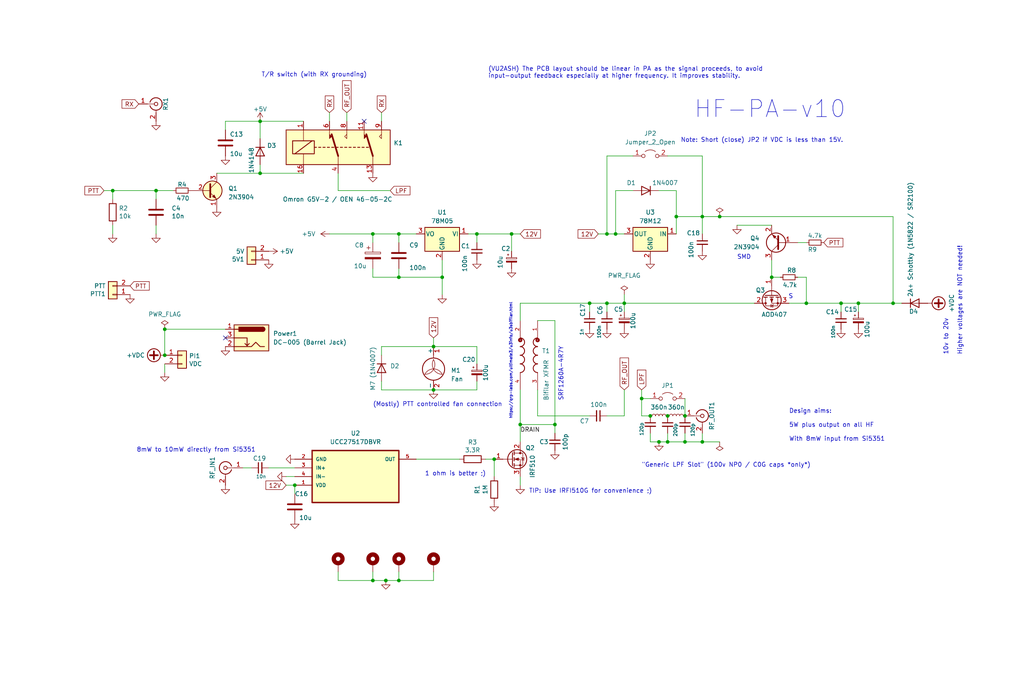
<source format=kicad_sch>
(kicad_sch (version 20230121) (generator eeschema)
  (paper "User" 299.999 200)
  (title_block (title "Easy-PA-With-TR-Switch") (date "2023-09-22") (rev "Revision 4") (company "Author: Dhiru Kholia (VU3CER)") (comment 1 "Designed for https://github.com/kholia/Easy-Digital-Beacons-v1 project") (comment 2 "Motivation: We need usable power on the 10m band!") (comment 3 "Based on designs from Henning Paul"))
  (lib_symbols
    (symbol "+VDC_1" (power) (pin_names (offset 0))
      (property "Value" "+VDC_1" (at 0 6.35 0))
      (symbol "+VDC_1_1_1"
        (pin power_in line (at 0 0 90) (length 0) hide (name "+VDC") (number "1"))
      )
    )
    (symbol "Connector:Barrel_Jack_Switch" (pin_names hide)
      (property "Reference" "J" (at 0 5.334 0))
      (property "Value" "Barrel_Jack_Switch" (at 0 -5.08 0))
      (symbol "Barrel_Jack_Switch_1_1"
        (pin passive line (at 7.62 2.54 180) (length 2.54) (name "~") (number "1"))
        (pin passive line (at 7.62 -2.54 180) (length 2.54) (name "~") (number "2"))
        (pin passive line (at 7.62 0 180) (length 2.54) (name "~") (number "3"))
      )
    )
    (symbol "Connector:Conn_Coaxial" (pin_names (offset 1.016) hide)
      (property "Reference" "J" (at 0.254 3.048 0))
      (property "Value" "Conn_Coaxial" (at 2.921 0 90))
      (symbol "Conn_Coaxial_1_1"
        (pin passive line (at -5.08 0 0) (length 2.54) (name "In") (number "1"))
        (pin passive line (at 0 -5.08 90) (length 2.54) (name "Ext") (number "2"))
      )
    )
    (symbol "Connector_Generic:Conn_01x02" (pin_names (offset 1.016) hide)
      (property "Reference" "J" (at 0 2.54 0))
      (property "Value" "Conn_01x02" (at 0 -5.08 0))
      (symbol "Conn_01x02_1_1"
        (pin passive line (at -5.08 0 0) (length 3.81) (name "Pin_1") (number "1"))
        (pin passive line (at -5.08 -2.54 0) (length 3.81) (name "Pin_2") (number "2"))
      )
    )
    (symbol "Device:C" (pin_numbers hide) (pin_names (offset 0.254))
      (property "Reference" "C" (at 0.635 2.54 0))
      (property "Value" "C" (at 0.635 -2.54 0))
      (symbol "C_1_1"
        (pin passive line (at 0 3.81 270) (length 2.794) (name "~") (number "1"))
        (pin passive line (at 0 -3.81 90) (length 2.794) (name "~") (number "2"))
      )
    )
    (symbol "Device:C_Polarized" (pin_numbers hide) (pin_names (offset 0.254))
      (property "Reference" "C" (at 0.635 2.54 0))
      (property "Value" "C_Polarized" (at 0.635 -2.54 0))
      (symbol "C_Polarized_1_1"
        (pin passive line (at 0 3.81 270) (length 2.794) (name "~") (number "1"))
        (pin passive line (at 0 -3.81 90) (length 2.794) (name "~") (number "2"))
      )
    )
    (symbol "Device:C_Polarized_Small" (pin_numbers hide) (pin_names (offset 0.254) hide)
      (property "Reference" "C" (at 0.254 1.778 0))
      (property "Value" "C_Polarized_Small" (at 0.254 -2.032 0))
      (symbol "C_Polarized_Small_1_1"
        (pin passive line (at 0 2.54 270) (length 1.8542) (name "~") (number "1"))
        (pin passive line (at 0 -2.54 90) (length 1.8542) (name "~") (number "2"))
      )
    )
    (symbol "Device:C_Small" (pin_numbers hide) (pin_names (offset 0.254) hide)
      (property "Reference" "C" (at 0.254 1.778 0))
      (property "Value" "C_Small" (at 0.254 -2.032 0))
      (symbol "C_Small_1_1"
        (pin passive line (at 0 2.54 270) (length 2.032) (name "~") (number "1"))
        (pin passive line (at 0 -2.54 90) (length 2.032) (name "~") (number "2"))
      )
    )
    (symbol "Device:D" (pin_numbers hide) (pin_names (offset 1.016) hide)
      (property "Reference" "D" (at 0 2.54 0))
      (property "Value" "D" (at 0 -2.54 0))
      (symbol "D_1_1"
        (pin passive line (at -3.81 0 0) (length 2.54) (name "K") (number "1"))
        (pin passive line (at 3.81 0 180) (length 2.54) (name "A") (number "2"))
      )
    )
    (symbol "Device:L_Small" (pin_numbers hide) (pin_names (offset 0.254) hide)
      (property "Reference" "L" (at 0.762 1.016 0))
      (property "Value" "L_Small" (at 0.762 -1.016 0))
      (symbol "L_Small_1_1"
        (pin passive line (at 0 2.54 270) (length 0.508) (name "~") (number "1"))
        (pin passive line (at 0 -2.54 90) (length 0.508) (name "~") (number "2"))
      )
    )
    (symbol "Device:R" (pin_numbers hide) (pin_names (offset 0))
      (property "Reference" "R" (at 2.032 0 90))
      (property "Value" "R" (at 0 0 90))
      (symbol "R_1_1"
        (pin passive line (at 0 3.81 270) (length 1.27) (name "~") (number "1"))
        (pin passive line (at 0 -3.81 90) (length 1.27) (name "~") (number "2"))
      )
    )
    (symbol "Device:R_Small" (pin_numbers hide) (pin_names (offset 0.254) hide)
      (property "Reference" "R" (at 0.762 0.508 0))
      (property "Value" "R_Small" (at 0.762 -1.016 0))
      (symbol "R_Small_1_1"
        (pin passive line (at 0 2.54 270) (length 0.762) (name "~") (number "1"))
        (pin passive line (at 0 -2.54 90) (length 0.762) (name "~") (number "2"))
      )
    )
    (symbol "Diode:1N4007" (pin_numbers hide) (pin_names hide)
      (property "Reference" "D" (at 0 2.54 0))
      (property "Value" "1N4007" (at 0 -2.54 0))
      (symbol "1N4007_1_1"
        (pin passive line (at -3.81 0 0) (length 2.54) (name "K") (number "1"))
        (pin passive line (at 3.81 0 180) (length 2.54) (name "A") (number "2"))
      )
    )
    (symbol "Diode:1N4148" (pin_numbers hide) (pin_names hide)
      (property "Reference" "D" (at 0 2.54 0))
      (property "Value" "1N4148" (at 0 -2.54 0))
      (property "Sim.Device" "D" (at 0 0 0))
      (property "Sim.Pins" "1=K 2=A" (at 0 0 0))
      (symbol "1N4148_1_1"
        (pin passive line (at -3.81 0 0) (length 2.54) (name "K") (number "1"))
        (pin passive line (at 3.81 0 180) (length 2.54) (name "A") (number "2"))
      )
    )
    (symbol "Jumper:Jumper_2_Open" (pin_names (offset 0) hide)
      (property "Reference" "JP" (at 0 2.794 0))
      (property "Value" "Jumper_2_Open" (at 0 -2.286 0))
      (symbol "Jumper_2_Open_1_1"
        (pin passive line (at -5.08 0 0) (length 2.54) (name "A") (number "1"))
        (pin passive line (at 5.08 0 180) (length 2.54) (name "B") (number "2"))
      )
    )
    (symbol "Mechanical:MountingHole_Pad" (pin_numbers hide) (pin_names (offset 1.016) hide)
      (property "Reference" "H" (at 0 6.35 0))
      (property "Value" "MountingHole_Pad" (at 0 4.445 0))
      (symbol "MountingHole_Pad_1_1"
        (pin input line (at 0 -2.54 90) (length 2.54) (name "1") (number "1"))
      )
    )
    (symbol "Motor:Fan" (pin_names (offset 0))
      (property "Reference" "M" (at 2.54 5.08 0))
      (property "Value" "Fan" (at 2.54 -2.54 0))
      (symbol "Fan_1_1"
        (pin passive line (at 0 7.62 270) (length 2.54) (name "+") (number "1"))
        (pin passive line (at 0 -5.08 90) (length 2.54) (name "-") (number "2"))
      )
    )
    (symbol "PCM_Transistor_BJT_AKL:2N3904" (pin_names hide)
      (property "Reference" "Q" (at 5.08 1.27 0))
      (property "Value" "2N3904" (at 5.08 -1.27 0))
      (symbol "2N3904_1_1"
        (pin passive line (at 2.54 -5.08 90) (length 2.54) (name "E") (number "1"))
        (pin passive line (at -5.08 0 0) (length 5.715) (name "B") (number "2"))
        (pin passive line (at 2.54 5.08 270) (length 2.54) (name "C") (number "3"))
      )
    )
    (symbol "Regulator_Linear:L7812" (pin_names (offset 0.254))
      (property "Reference" "U" (at -3.81 3.175 0))
      (property "Value" "L7812" (at 0 3.175 0))
      (symbol "L7812_1_1"
        (pin power_in line (at -7.62 0 0) (length 2.54) (name "IN") (number "1"))
        (pin power_in line (at 0 -7.62 90) (length 2.54) (name "GND") (number "2"))
        (pin power_out line (at 7.62 0 180) (length 2.54) (name "OUT") (number "3"))
      )
    )
    (symbol "Regulator_Linear:LM78M05_TO252" (pin_names (offset 0.254))
      (property "Reference" "U" (at -3.81 3.175 0))
      (property "Value" "LM78M05_TO252" (at 0 3.175 0))
      (symbol "LM78M05_TO252_1_1"
        (pin power_in line (at -7.62 0 0) (length 2.54) (name "VI") (number "1"))
        (pin power_in line (at 0 -7.62 90) (length 2.54) (name "GND") (number "2"))
        (pin power_out line (at 7.62 0 180) (length 2.54) (name "VO") (number "3"))
      )
    )
    (symbol "Relay:G5V-2"
      (property "Reference" "K" (at 16.51 3.81 0))
      (property "Value" "G5V-2" (at 16.51 1.27 0))
      (symbol "G5V-2_1_1"
        (pin passive line (at -10.16 7.62 270) (length 2.54) (name "~") (number "1"))
        (pin passive line (at 7.62 7.62 270) (length 2.54) (name "~") (number "11"))
        (pin passive line (at 10.16 -7.62 90) (length 2.54) (name "~") (number "13"))
        (pin passive line (at -10.16 -7.62 90) (length 2.54) (name "~") (number "16"))
        (pin passive line (at 0 -7.62 90) (length 2.54) (name "~") (number "4"))
        (pin passive line (at -2.54 7.62 270) (length 2.54) (name "~") (number "6"))
        (pin passive line (at 2.54 7.62 270) (length 2.54) (name "~") (number "8"))
        (pin passive line (at 12.7 7.62 270) (length 2.54) (name "~") (number "9"))
      )
    )
    (symbol "SRF1260A-4R7Y:SRF1260A-4R7Y" (pin_names (offset 1.016))
      (property "Reference" "L" (at -7.631 5.0873 0))
      (property "Value" "SRF1260A-4R7Y" (at -7.6349 -7.6349 0))
      (symbol "SRF1260A-4R7Y_0_0"
        (pin passive line (at -10.16 2.54 0) (length 5.08) (name "~") (number "1"))
        (pin passive line (at -10.16 -2.54 0) (length 5.08) (name "~") (number "2"))
        (pin passive line (at 10.16 2.54 180) (length 5.08) (name "~") (number "3"))
        (pin passive line (at 10.16 -2.54 180) (length 5.08) (name "~") (number "4"))
      )
    )
    (symbol "Transistor_BJT:MMBT3904" (pin_names (offset 0) hide)
      (property "Reference" "Q" (at 5.08 1.905 0))
      (property "Value" "MMBT3904" (at 5.08 0 0))
      (symbol "MMBT3904_1_1"
        (pin input line (at -5.08 0 0) (length 5.715) (name "B") (number "1"))
        (pin passive line (at 2.54 -5.08 90) (length 2.54) (name "E") (number "2"))
        (pin passive line (at 2.54 5.08 270) (length 2.54) (name "C") (number "3"))
      )
    )
    (symbol "Transistor_FET:IRF540N" (pin_names hide)
      (property "Reference" "Q" (at 6.35 1.905 0))
      (property "Value" "IRF540N" (at 6.35 0 0))
      (symbol "IRF540N_1_1"
        (pin input line (at -5.08 0 0) (length 2.54) (name "G") (number "1"))
        (pin passive line (at 2.54 5.08 270) (length 2.54) (name "D") (number "2"))
        (pin passive line (at 2.54 -5.08 90) (length 2.54) (name "S") (number "3"))
      )
    )
    (symbol "Transistor_FET:IRF9540N" (pin_names hide)
      (property "Reference" "Q" (at 5.08 1.905 0))
      (property "Value" "IRF9540N" (at 5.08 0 0))
      (symbol "IRF9540N_1_1"
        (pin input line (at -5.08 0 0) (length 2.54) (name "G") (number "1"))
        (pin passive line (at 2.54 5.08 270) (length 2.54) (name "D") (number "2"))
        (pin passive line (at 2.54 -5.08 90) (length 2.54) (name "S") (number "3"))
      )
    )
    (symbol "UCC27517DBVR:UCC27517DBVR" (pin_names (offset 1.016))
      (property "Reference" "U" (at -12.7 8.62 0))
      (property "Value" "UCC27517DBVR" (at -12.7 -11.62 0))
      (symbol "UCC27517DBVR_0_0"
        (pin input line (at -17.78 -2.54 0) (length 5.08) (name "VDD") (number "1"))
        (pin input line (at -17.78 5.08 0) (length 5.08) (name "GND") (number "2"))
        (pin input line (at -17.78 2.54 0) (length 5.08) (name "IN+") (number "3"))
        (pin input line (at -17.78 0 0) (length 5.08) (name "IN-") (number "4"))
        (pin output line (at 17.78 5.08 180) (length 5.08) (name "OUT") (number "5"))
      )
    )
    (symbol "power:+5V" (power) (pin_names (offset 0))
      (property "Value" "+5V" (at 0 3.556 0))
      (symbol "+5V_1_1"
        (pin power_in line (at 0 0 90) (length 0) hide (name "+5V") (number "1"))
      )
    )
    (symbol "power:+VDC" (power) (pin_names (offset 0))
      (property "Value" "+VDC" (at 0 6.35 0))
      (symbol "+VDC_1_1"
        (pin power_in line (at 0 0 90) (length 0) hide (name "+VDC") (number "1"))
      )
    )
    (symbol "power:GND" (power) (pin_names (offset 0))
      (property "Value" "GND" (at 0 -3.81 0))
      (symbol "GND_1_1"
        (pin power_in line (at 0 0 270) (length 0) hide (name "GND") (number "1"))
      )
    )
    (symbol "power:PWR_FLAG" (power) (pin_numbers hide) (pin_names (offset 0) hide)
      (property "Value" "PWR_FLAG" (at 0 3.81 0))
      (symbol "PWR_FLAG_0_0"
        (pin power_out line (at 0 0 90) (length 0) (name "pwr") (number "1"))
      )
    )
  )
  (junction (at 205.74 129.54))
  (junction (at 193.04 129.54))
  (junction (at 162.56 124.46))
  (junction (at 261.62 88.9))
  (junction (at 187.96 116.84))
  (junction (at 139.7 68.58))
  (junction (at 195.58 129.54))
  (junction (at 86.36 142.24))
  (junction (at 127 101.6))
  (junction (at 246.38 88.9))
  (junction (at 127 114.3))
  (junction (at 210.82 63.5))
  (junction (at 116.84 68.58))
  (junction (at 109.22 68.58))
  (junction (at 45.72 55.88))
  (junction (at 177.8 68.58))
  (junction (at 129.54 81.28))
  (junction (at 109.22 170.18))
  (junction (at 190.5 121.92))
  (junction (at 200.66 121.92))
  (junction (at 236.22 88.9))
  (junction (at 116.84 81.28))
  (junction (at 48.26 104.14))
  (junction (at 195.58 121.92))
  (junction (at 177.8 88.9))
  (junction (at 116.84 170.18))
  (junction (at 172.72 88.9))
  (junction (at 200.66 129.54))
  (junction (at 144.78 134.62))
  (junction (at 152.4 124.46))
  (junction (at 182.88 88.9))
  (junction (at 113.03 170.18))
  (junction (at 251.46 88.9))
  (junction (at 180.34 68.58))
  (junction (at 198.12 63.5))
  (junction (at 33.02 55.88))
  (junction (at 226.06 81.28))
  (junction (at 76.2 50.8))
  (junction (at 48.26 96.52))
  (junction (at 205.74 63.5))
  (junction (at 149.86 68.58))
  (junction (at 76.2 35.56))
  (no_connect (at 66.04 99.06))
  (no_connect (at 106.68 35.56))
  (wire (pts (xy 152.4 88.9) (xy 172.72 88.9)))
  (wire (pts (xy 195.58 45.72) (xy 205.74 45.72)))
  (wire (pts (xy 66.04 35.56) (xy 66.04 38.1)))
  (wire (pts (xy 111.76 33.02) (xy 111.76 35.56)))
  (wire (pts (xy 246.38 88.9) (xy 251.46 88.9)))
  (wire (pts (xy 144.78 139.7) (xy 144.78 134.62)))
  (wire (pts (xy 127 170.18) (xy 127 167.64)))
  (wire (pts (xy 111.76 101.6) (xy 111.76 104.14)))
  (wire (pts (xy 116.84 68.58) (xy 116.84 71.12)))
  (wire (pts (xy 157.48 93.98) (xy 162.56 93.98)))
  (wire (pts (xy 45.72 55.88) (xy 45.72 58.42)))
  (wire (pts (xy 200.66 129.54) (xy 205.74 129.54)))
  (wire (pts (xy 139.7 101.6) (xy 139.7 106.68)))
  (wire (pts (xy 139.7 71.12) (xy 139.7 68.58)))
  (wire (pts (xy 198.12 68.58) (xy 198.12 63.5)))
  (wire (pts (xy 127 101.6) (xy 139.7 101.6)))
  (wire (pts (xy 172.72 88.9) (xy 177.8 88.9)))
  (wire (pts (xy 200.66 127) (xy 200.66 129.54)))
  (wire (pts (xy 45.72 55.88) (xy 50.8 55.88)))
  (wire (pts (xy 157.48 114.3) (xy 157.48 121.92)))
  (wire (pts (xy 210.82 63.5) (xy 261.62 63.5)))
  (wire (pts (xy 177.8 88.9) (xy 177.8 91.44)))
  (wire (pts (xy 226.06 81.28) (xy 228.6 81.28)))
  (wire (pts (xy 109.22 81.28) (xy 116.84 81.28)))
  (wire (pts (xy 251.46 88.9) (xy 251.46 91.44)))
  (wire (pts (xy 48.26 96.52) (xy 48.26 104.14)))
  (wire (pts (xy 86.36 142.24) (xy 86.36 144.78)))
  (wire (pts (xy 111.76 114.3) (xy 127 114.3)))
  (wire (pts (xy 48.26 96.52) (xy 66.04 96.52)))
  (wire (pts (xy 83.82 139.7) (xy 86.36 139.7)))
  (wire (pts (xy 33.02 58.42) (xy 33.02 55.88)))
  (wire (pts (xy 45.72 66.04) (xy 45.72 68.58)))
  (wire (pts (xy 261.62 88.9) (xy 264.16 88.9)))
  (wire (pts (xy 152.4 93.98) (xy 152.4 88.9)))
  (wire (pts (xy 180.34 55.88) (xy 185.42 55.88)))
  (wire (pts (xy 157.48 121.92) (xy 172.72 121.92)))
  (wire (pts (xy 193.04 55.88) (xy 198.12 55.88)))
  (wire (pts (xy 233.68 71.12) (xy 236.22 71.12)))
  (wire (pts (xy 99.06 170.18) (xy 109.22 170.18)))
  (wire (pts (xy 162.56 93.98) (xy 162.56 124.46)))
  (wire (pts (xy 99.06 50.8) (xy 99.06 55.88)))
  (wire (pts (xy 152.4 124.46) (xy 152.4 129.54)))
  (wire (pts (xy 116.84 81.28) (xy 129.54 81.28)))
  (wire (pts (xy 76.2 35.56) (xy 88.9 35.56)))
  (wire (pts (xy 109.22 68.58) (xy 116.84 68.58)))
  (wire (pts (xy 152.4 142.24) (xy 152.4 139.7)))
  (wire (pts (xy 172.72 88.9) (xy 172.72 91.44)))
  (wire (pts (xy 109.22 167.64) (xy 109.22 170.18)))
  (wire (pts (xy 187.96 116.84) (xy 190.5 116.84)))
  (wire (pts (xy 127 99.06) (xy 127 101.6)))
  (wire (pts (xy 193.04 129.54) (xy 195.58 129.54)))
  (wire (pts (xy 182.88 88.9) (xy 220.98 88.9)))
  (wire (pts (xy 99.06 55.88) (xy 114.3 55.88)))
  (wire (pts (xy 205.74 68.58) (xy 205.74 63.5)))
  (wire (pts (xy 127 114.3) (xy 139.7 114.3)))
  (wire (pts (xy 111.76 111.76) (xy 111.76 114.3)))
  (wire (pts (xy 195.58 127) (xy 195.58 129.54)))
  (wire (pts (xy 33.02 55.88) (xy 45.72 55.88)))
  (wire (pts (xy 109.22 71.12) (xy 109.22 68.58)))
  (wire (pts (xy 149.86 68.58) (xy 152.4 68.58)))
  (wire (pts (xy 109.22 81.28) (xy 109.22 78.74)))
  (wire (pts (xy 177.8 45.72) (xy 177.8 68.58)))
  (wire (pts (xy 182.88 88.9) (xy 182.88 91.44)))
  (wire (pts (xy 236.22 88.9) (xy 246.38 88.9)))
  (wire (pts (xy 187.96 116.84) (xy 187.96 121.92)))
  (wire (pts (xy 48.26 109.22) (xy 48.26 106.68)))
  (wire (pts (xy 226.06 76.2) (xy 226.06 81.28)))
  (wire (pts (xy 180.34 55.88) (xy 180.34 68.58)))
  (wire (pts (xy 99.06 167.64) (xy 99.06 170.18)))
  (wire (pts (xy 187.96 121.92) (xy 190.5 121.92)))
  (wire (pts (xy 185.42 45.72) (xy 177.8 45.72)))
  (wire (pts (xy 142.24 134.62) (xy 144.78 134.62)))
  (wire (pts (xy 175.26 68.58) (xy 177.8 68.58)))
  (wire (pts (xy 116.84 78.74) (xy 116.84 81.28)))
  (wire (pts (xy 71.12 137.16) (xy 73.66 137.16)))
  (wire (pts (xy 205.74 129.54) (xy 205.74 127)))
  (wire (pts (xy 121.92 134.62) (xy 134.62 134.62)))
  (wire (pts (xy 116.84 68.58) (xy 121.92 68.58)))
  (wire (pts (xy 152.4 124.46) (xy 162.56 124.46)))
  (wire (pts (xy 111.76 101.6) (xy 127 101.6)))
  (wire (pts (xy 177.8 88.9) (xy 182.88 88.9)))
  (wire (pts (xy 129.54 86.36) (xy 129.54 81.28)))
  (wire (pts (xy 195.58 129.54) (xy 200.66 129.54)))
  (wire (pts (xy 83.82 142.24) (xy 86.36 142.24)))
  (wire (pts (xy 231.14 88.9) (xy 236.22 88.9)))
  (wire (pts (xy 113.03 170.18) (xy 116.84 170.18)))
  (wire (pts (xy 116.84 170.18) (xy 127 170.18)))
  (wire (pts (xy 205.74 63.5) (xy 210.82 63.5)))
  (wire (pts (xy 149.86 68.58) (xy 149.86 73.66)))
  (wire (pts (xy 30.48 55.88) (xy 33.02 55.88)))
  (wire (pts (xy 261.62 63.5) (xy 261.62 88.9)))
  (wire (pts (xy 187.96 114.3) (xy 187.96 116.84)))
  (wire (pts (xy 198.12 63.5) (xy 205.74 63.5)))
  (wire (pts (xy 139.7 68.58) (xy 149.86 68.58)))
  (wire (pts (xy 162.56 124.46) (xy 162.56 127)))
  (wire (pts (xy 251.46 88.9) (xy 261.62 88.9)))
  (wire (pts (xy 101.6 33.02) (xy 101.6 35.56)))
  (wire (pts (xy 78.74 137.16) (xy 86.36 137.16)))
  (wire (pts (xy 236.22 81.28) (xy 236.22 88.9)))
  (wire (pts (xy 205.74 129.54) (xy 210.82 129.54)))
  (wire (pts (xy 33.02 66.04) (xy 33.02 68.58)))
  (wire (pts (xy 76.2 35.56) (xy 76.2 40.64)))
  (wire (pts (xy 182.88 114.3) (xy 182.88 121.92)))
  (wire (pts (xy 180.34 68.58) (xy 182.88 68.58)))
  (wire (pts (xy 190.5 129.54) (xy 193.04 129.54)))
  (wire (pts (xy 177.8 68.58) (xy 180.34 68.58)))
  (wire (pts (xy 198.12 63.5) (xy 198.12 55.88)))
  (wire (pts (xy 109.22 170.18) (xy 113.03 170.18)))
  (wire (pts (xy 96.52 33.02) (xy 96.52 35.56)))
  (wire (pts (xy 76.2 50.8) (xy 76.2 48.26)))
  (wire (pts (xy 205.74 45.72) (xy 205.74 63.5)))
  (wire (pts (xy 76.2 50.8) (xy 88.9 50.8)))
  (wire (pts (xy 139.7 114.3) (xy 139.7 111.76)))
  (wire (pts (xy 96.52 68.58) (xy 109.22 68.58)))
  (wire (pts (xy 63.5 50.8) (xy 76.2 50.8)))
  (wire (pts (xy 215.9 66.04) (xy 226.06 66.04)))
  (wire (pts (xy 182.88 86.36) (xy 182.88 88.9)))
  (wire (pts (xy 152.4 114.3) (xy 152.4 124.46)))
  (wire (pts (xy 177.8 121.92) (xy 182.88 121.92)))
  (wire (pts (xy 190.5 127) (xy 190.5 129.54)))
  (wire (pts (xy 129.54 76.2) (xy 129.54 81.28)))
  (wire (pts (xy 233.68 81.28) (xy 236.22 81.28)))
  (wire (pts (xy 76.2 35.56) (xy 66.04 35.56)))
  (wire (pts (xy 246.38 88.9) (xy 246.38 91.44)))
  (wire (pts (xy 200.66 121.92) (xy 200.66 116.84)))
  (wire (pts (xy 137.16 68.58) (xy 139.7 68.58)))
  (wire (pts (xy 116.84 167.64) (xy 116.84 170.18)))
  (text "T/R switch (with RX grounding)" (at 76.5556 22.733 0) (effects (font (size 1.27 1.27)) (justify left bottom)))
  (text "(Mostly) PTT controlled fan connection" (at 109.22 119.38 0) (effects (font (size 1.27 1.27)) (justify left bottom)))
  (text "8mW to 10mW directly from Si5351" (at 74.93 132.715 0) (effects (font (size 1.27 1.27)) (justify right bottom)))
  (text "SMD" (at 215.9 76.2 0) (effects (font (size 1.27 1.27)) (justify left bottom)))
  (text "HF-PA-v10" (at 203.2 35.052 0) (effects (font (size 5 5)) (justify left bottom)))
  (text "Design aims:\n\n5W plus output on all HF\n\nWith 8mW input from Si5351" (at 231.14 129.54 0) (effects (font (size 1.27 1.27)) (justify left bottom)))
  (text "1 ohm is better ;)" (at 124.46 139.7 0) (effects (font (size 1.27 1.27)) (justify left bottom)))
  (text "SRF1260A-4R7Y" (at 165.1 117.602 90) (effects (font (size 1.27 1.27)) (justify left bottom)))
  (text "\"Generic LPF Slot\" (100v NP0 / C0G caps *only*)" (at 187.96 137.16 0) (effects (font (size 1.27 1.27)) (justify left bottom)))
  (text "https://qrp-labs.com/ultimate3/u3info/u3sbifilar.html" (at 150.114 122.936 90) (effects (font (size 0.8 0.8)) (justify left bottom)))
  (text "10v to 20v\n\nHigher voltages are NOT needed!" (at 281.94 104.14 90) (effects (font (size 1.27 1.27)) (justify left bottom)))
  (text "(VU2ASH) The PCB layout should be linear in PA as the signal proceeds, to avoid \ninput-output feedback especially at higher frequency. It improves stability." (at 143.002 23.114 0) (effects (font (size 1.27 1.27)) (justify left bottom)))
  (text "Note: Short (close) JP2 if VDC is less than 15V." (at 199.39 41.91 0) (effects (font (size 1.27 1.27)) (justify left bottom)))
  (text "TIP: Use IRFI510G for convenience ;)" (at 154.94 144.78 0) (effects (font (size 1.27 1.27)) (justify left bottom)))
  (text "S" (at 230.9622 87.7316 0) (effects (font (size 1.27 1.27)) (justify left bottom)))
  (label "DRAIN" (at 152.4 127 0))
  (global_label "12V" (shape input) (at 152.4 68.58 0) (property "Intersheetrefs" "${INTERSHEET_REFS}" (effects hide)))
  (global_label "RF_OUT" (shape input) (at 101.6 33.02 90) (property "Intersheetrefs" "${INTERSHEET_REFS}" (effects hide)))
  (global_label "RF_OUT" (shape input) (at 182.88 114.3 90) (property "Intersheetrefs" "${INTERSHEET_REFS}" (effects hide)))
  (global_label "PTT" (shape input) (at 38.1 83.82 0) (property "Intersheetrefs" "${INTERSHEET_REFS}" (effects hide)))
  (global_label "LPF" (shape input) (at 114.3 55.88 0) (property "Intersheetrefs" "${INTERSHEET_REFS}" (effects hide)))
  (global_label "RX" (shape input) (at 40.64 30.48 180) (property "Intersheetrefs" "${INTERSHEET_REFS}" (effects hide)))
  (global_label "12V" (shape input) (at 175.26 68.58 180) (property "Intersheetrefs" "${INTERSHEET_REFS}" (effects hide)))
  (global_label "PTT" (shape input) (at 30.48 55.88 180) (property "Intersheetrefs" "${INTERSHEET_REFS}" (effects hide)))
  (global_label "12V" (shape input) (at 83.82 142.24 180) (property "Intersheetrefs" "${INTERSHEET_REFS}" (effects hide)))
  (global_label "RX" (shape input) (at 96.52 33.02 90) (property "Intersheetrefs" "${INTERSHEET_REFS}" (effects hide)))
  (global_label "RX" (shape input) (at 111.76 33.02 90) (property "Intersheetrefs" "${INTERSHEET_REFS}" (effects hide)))
  (global_label "12V" (shape input) (at 127 99.06 90) (property "Intersheetrefs" "${INTERSHEET_REFS}" (effects hide)))
  (global_label "LPF" (shape input) (at 187.96 114.3 90) (property "Intersheetrefs" "${INTERSHEET_REFS}" (effects hide)))
  (global_label "PTT" (shape input) (at 241.3 71.12 0) (property "Intersheetrefs" "${INTERSHEET_REFS}" (effects hide)))
  (symbol (lib_id "Device:C_Polarized_Small") (at 182.88 93.98 0) (unit 1)
    (property "Reference" "C5" (at 179.832 90.678 0) (effects (justify left)))
    (property "Value" "100u" (at 185.42 96.52 90) (effects (justify left)))
    (property "Footprint" "Capacitor_THT:CP_Radial_D5.0mm_P2.50mm" (effects hide))
  )
  (symbol (lib_id "Device:C_Small") (at 175.26 121.92 270) (unit 1)
    (property "Reference" "C7" (at 171.196 123.444 90))
    (property "Value" "100n" (at 175.387 118.618 90))
    (property "Footprint" "Capacitor_SMD:C_1206_3216Metric_Pad1.33x1.80mm_HandSolder" (effects hide))
  )
  (symbol (lib_id "Connector_Generic:Conn_01x02") (at 53.34 104.14 0) (unit 1)
    (property "Reference" "PI1" (at 55.372 104.3432 0) (effects (justify left)))
    (property "Value" "VDC" (at 55.372 106.6546 0) (effects (justify left)))
    (property "Footprint" "Connector_PinHeader_2.54mm:PinHeader_1x02_P2.54mm_Vertical" (effects hide))
  )
  (symbol (lib_id "power:+VDC") (at 48.26 104.14 90) (unit 1)
    (property "Reference" "#PWR0110" (effects hide))
    (property "Value" "+VDC" (at 42.4434 104.14 90) (effects (justify left)))
  )
  (symbol (lib_id "Device:R") (at 138.43 134.62 270) (unit 1)
    (property "Reference" "R3" (at 138.43 129.6416 90))
    (property "Value" "3.3R" (at 138.43 131.953 90))
    (property "Footprint" "Resistor_SMD:R_2512_6332Metric_Pad1.40x3.35mm_HandSolder" (effects hide))
  )
  (symbol (lib_id "power:PWR_FLAG") (at 48.26 96.52 0) (unit 1)
    (property "Reference" "#FLG0103" (effects hide))
    (property "Value" "PWR_FLAG" (at 48.26 92.1258 0))
  )
  (symbol (lib_id "power:GND") (at 66.04 142.24 0) (unit 1)
    (property "Reference" "#PWR0106" (effects hide))
    (property "Value" "GND" (effects hide))
  )
  (symbol (lib_id "Device:C_Small") (at 177.8 93.98 0) (unit 1)
    (property "Reference" "C6" (at 175.768 90.932 90))
    (property "Value" "100n" (at 175.514 97.282 90) (effects (font (size 0.9906 0.9906))))
    (property "Footprint" "Capacitor_SMD:C_1206_3216Metric_Pad1.33x1.80mm_HandSolder" (effects hide))
  )
  (symbol (lib_id "power:GND") (at 33.02 68.58 0) (unit 1)
    (property "Reference" "#PWR018" (effects hide))
    (property "Value" "GNDPWR" (effects hide))
  )
  (symbol (lib_id "power:PWR_FLAG") (at 182.88 86.36 0) (unit 1)
    (property "Reference" "#FLG01" (effects hide))
    (property "Value" "PWR_FLAG" (at 182.88 80.772 0))
  )
  (symbol (lib_id "Device:C_Polarized_Small") (at 139.7 109.22 0) (unit 1)
    (property "Reference" "C20" (at 135.382 105.41 0) (effects (justify left)))
    (property "Value" "100u" (at 142.24 111.76 90) (effects (justify left)))
    (property "Footprint" "Capacitor_THT:CP_Radial_D5.0mm_P2.50mm" (effects hide))
  )
  (symbol (lib_id "Device:C_Polarized") (at 109.22 74.93 0) (unit 1)
    (property "Reference" "C8" (at 103.886 71.882 0) (effects (justify left)))
    (property "Value" "10u" (at 103.632 77.978 0) (effects (justify left)))
    (property "Footprint" "Capacitor_SMD:C_1206_3216Metric_Pad1.33x1.80mm_HandSolder" (effects hide))
  )
  (symbol (lib_id "Device:L_Small") (at 198.12 121.92 90) (unit 1)
    (property "Reference" "L2" (effects hide))
    (property "Value" "360n" (at 198.12 119.38 90))
    (property "Footprint" "Inductor_THT:L_Toroid_Vertical_L10.0mm_W5.0mm_P5.08mm" (effects hide))
  )
  (symbol (lib_id "Diode:1N4007") (at 189.23 55.88 180) (unit 1)
    (property "Reference" "D1" (at 184.912 53.594 0))
    (property "Value" "1N4007" (at 194.818 53.594 0))
    (property "Footprint" "Diode_SMD:D_SMA_Handsoldering" (effects hide))
    (property "Datasheet" "http://www.vishay.com/docs/88503/1n4001.pdf" (effects hide))
    (property "Sim.Device" "D" (effects hide))
    (property "Sim.Pins" "1=K 2=A" (effects hide))
  )
  (symbol (lib_name "+VDC_1") (lib_id "power:+VDC") (at 271.78 88.9 270) (unit 1)
    (property "Reference" "#PWR014" (effects hide))
    (property "Value" "+VDC" (at 278.765 88.9 0))
  )
  (symbol (lib_id "power:GND") (at 83.82 139.7 270) (unit 1)
    (property "Reference" "#PWR04" (effects hide))
    (property "Value" "GND" (effects hide))
  )
  (symbol (lib_id "power:GND") (at 63.5 60.96 0) (unit 1)
    (property "Reference" "#PWR023" (effects hide))
    (property "Value" "GND" (effects hide))
  )
  (symbol (lib_id "Device:C") (at 66.04 41.91 0) (unit 1)
    (property "Reference" "C13" (at 67.31 39.37 0) (effects (justify left)))
    (property "Value" "10u" (at 67.31 45.085 0) (effects (justify left)))
    (property "Footprint" "Capacitor_SMD:C_1206_3216Metric_Pad1.33x1.80mm_HandSolder" (effects hide))
  )
  (symbol (lib_id "power:GND") (at 205.74 73.66 0) (unit 1)
    (property "Reference" "#PWR029" (effects hide))
    (property "Value" "GND" (effects hide))
  )
  (symbol (lib_id "power:GND") (at 45.72 68.58 0) (unit 1)
    (property "Reference" "#PWR022" (effects hide))
    (property "Value" "GNDPWR" (effects hide))
  )
  (symbol (lib_id "Device:C_Polarized_Small") (at 251.46 93.98 0) (unit 1)
    (property "Reference" "C15" (at 247.269 90.678 0) (effects (justify left)))
    (property "Value" "100u" (at 254 99.06 90) (effects (justify left)))
    (property "Footprint" "Capacitor_THT:CP_Radial_D5.0mm_P2.50mm" (effects hide))
  )
  (symbol (lib_id "Connector:Conn_Coaxial") (at 66.04 137.16 0) (mirror y) (unit 1)
    (property "Reference" "RF_IN1" (at 62.23 137.16 90))
    (property "Value" "SMA" (effects hide))
    (property "Footprint" "Connector_Coaxial:SMA_Samtec_SMA-J-P-X-ST-EM1_EdgeMount" (effects hide))
    (property "Datasheet" " ~" (effects hide))
  )
  (symbol (lib_id "Device:C_Small") (at 246.38 93.98 0) (unit 1)
    (property "Reference" "C14" (at 243.84 91.44 0))
    (property "Value" "100n" (at 244.094 97.282 90) (effects (font (size 0.9906 0.9906))))
    (property "Footprint" "Capacitor_SMD:C_1206_3216Metric_Pad1.33x1.80mm_HandSolder" (effects hide))
  )
  (symbol (lib_id "power:+5V") (at 76.2 35.56 0) (unit 1)
    (property "Reference" "#PWR024" (effects hide))
    (property "Value" "+5V" (at 76.2 32.004 0))
  )
  (symbol (lib_id "Device:R") (at 144.78 143.51 0) (unit 1)
    (property "Reference" "R1" (at 139.8016 143.51 90))
    (property "Value" "1M" (at 142.113 143.51 90))
    (property "Footprint" "Resistor_SMD:R_1206_3216Metric_Pad1.30x1.75mm_HandSolder" (effects hide))
  )
  (symbol (lib_id "Diode:1N4148") (at 76.2 44.45 270) (unit 1)
    (property "Reference" "D3" (at 78.232 42.672 90) (effects (justify left)))
    (property "Value" "1N4148" (at 73.66 43.18 0) (effects (justify left)))
    (property "Footprint" "Diode_THT:D_DO-35_SOD27_P2.54mm_Vertical_KathodeUp" (effects hide))
    (property "Datasheet" "https://assets.nexperia.com/documents/data-sheet/1N4148_1N4448.pdf" (effects hide))
  )
  (symbol (lib_id "power:GND") (at 127 114.3 0) (mirror y) (unit 1)
    (property "Reference" "#PWR031" (effects hide))
    (property "Value" "GND" (effects hide))
  )
  (symbol (lib_id "Device:D") (at 267.97 88.9 0) (unit 1)
    (property "Reference" "D4" (at 268.986 91.313 0) (effects (justify right)))
    (property "Value" "2A+ Schottky (1N5822 / SR2100)" (at 266.7 53.34 90) (effects (justify right)))
    (property "Footprint" "Diode_THT:D_DO-41_SOD81_P2.54mm_Vertical_KathodeUp" (effects hide))
    (property "Sim.Device" "D" (effects hide))
    (property "Sim.Pins" "1=K 2=A" (effects hide))
  )
  (symbol (lib_id "power:GND") (at 182.88 96.52 0) (unit 1)
    (property "Reference" "#PWR0103" (effects hide))
    (property "Value" "GND" (effects hide))
  )
  (symbol (lib_id "Device:C_Small") (at 195.58 124.46 0) (unit 1)
    (property "Reference" "C11" (effects hide))
    (property "Value" "200p" (at 197.866 128.016 90) (effects (font (size 1 1)) (justify left)))
    (property "Footprint" "Capacitor_SMD:C_1206_3216Metric_Pad1.33x1.80mm_HandSolder" (effects hide))
  )
  (symbol (lib_id "power:GND") (at 66.04 45.72 0) (unit 1)
    (property "Reference" "#PWR010" (effects hide))
    (property "Value" "GNDPWR" (effects hide))
  )
  (symbol (lib_id "Device:C_Small") (at 76.2 137.16 90) (unit 1)
    (property "Reference" "C19" (at 77.978 134.366 90) (effects (justify left)))
    (property "Value" "10n" (at 77.978 139.7 90) (effects (font (size 1 1)) (justify left)))
    (property "Footprint" "Capacitor_SMD:C_1206_3216Metric_Pad1.33x1.80mm_HandSolder" (effects hide))
  )
  (symbol (lib_id "power:PWR_FLAG") (at 210.82 129.54 180) (unit 1)
    (property "Reference" "#FLG02" (effects hide))
    (property "Value" "PWR_FLAG" (effects hide))
  )
  (symbol (lib_id "Jumper:Jumper_2_Open") (at 190.5 45.72 0) (unit 1)
    (property "Reference" "JP2" (at 190.5 39.116 0))
    (property "Value" "Jumper_2_Open" (at 190.5 41.656 0))
    (property "Footprint" "Jumper:SolderJumper-2_P1.3mm_Open_TrianglePad1.0x1.5mm" (effects hide))
  )
  (symbol (lib_id "power:GND") (at 149.86 78.74 0) (unit 1)
    (property "Reference" "#PWR08" (effects hide))
    (property "Value" "GND" (effects hide))
  )
  (symbol (lib_id "Device:C") (at 86.36 148.59 0) (unit 1)
    (property "Reference" "C16" (at 86.36 144.78 0) (effects (justify left)))
    (property "Value" "10u" (at 87.63 151.765 0) (effects (justify left)))
    (property "Footprint" "Capacitor_SMD:C_1206_3216Metric_Pad1.33x1.80mm_HandSolder" (effects hide))
  )
  (symbol (lib_id "power:GND") (at 162.56 132.08 0) (mirror y) (unit 1)
    (property "Reference" "#PWR015" (effects hide))
    (property "Value" "GND" (effects hide))
  )
  (symbol (lib_id "power:GND") (at 66.04 101.6 0) (unit 1)
    (property "Reference" "#PWR019" (effects hide))
    (property "Value" "GNDPWR" (effects hide))
  )
  (symbol (lib_id "Connector:Conn_Coaxial") (at 205.74 121.92 0) (unit 1)
    (property "Reference" "RF_OUT1" (at 208.534 121.92 90))
    (property "Value" "SMA" (effects hide))
    (property "Footprint" "Connector_Coaxial:SMA_Samtec_SMA-J-P-X-ST-EM1_EdgeMount" (effects hide))
    (property "Datasheet" " ~" (effects hide))
  )
  (symbol (lib_id "power:GND") (at 78.74 76.2 0) (unit 1)
    (property "Reference" "#PWR020" (effects hide))
    (property "Value" "GND" (effects hide))
  )
  (symbol (lib_id "Diode:1N4007") (at 111.76 107.95 270) (unit 1)
    (property "Reference" "D2" (at 114.3 107.315 90) (effects (justify left)))
    (property "Value" "M7 (1N4007)" (at 109.22 101.6 0) (effects (justify left)))
    (property "Footprint" "Diode_SMD:D_SMA_Handsoldering" (effects hide))
    (property "Datasheet" "http://www.vishay.com/docs/88503/1n4001.pdf" (effects hide))
  )
  (symbol (lib_id "power:GND") (at 190.5 76.2 0) (unit 1)
    (property "Reference" "#PWR017" (effects hide))
    (property "Value" "GND" (effects hide))
  )
  (symbol (lib_id "Device:R_Small") (at 238.76 71.12 90) (unit 1)
    (property "Reference" "R9" (at 237.998 73.152 90))
    (property "Value" "4.7k" (at 238.76 69.088 90))
    (property "Footprint" "Resistor_SMD:R_1206_3216Metric_Pad1.30x1.75mm_HandSolder" (effects hide))
  )
  (symbol (lib_id "Device:C_Small") (at 190.5 124.46 0) (unit 1)
    (property "Reference" "C10" (effects hide))
    (property "Value" "120p" (at 187.96 127.762 90) (effects (font (size 1 1)) (justify left)))
    (property "Footprint" "Capacitor_SMD:C_1206_3216Metric_Pad1.33x1.80mm_HandSolder" (effects hide))
  )
  (symbol (lib_id "power:GND") (at 193.04 129.54 0) (mirror y) (unit 1)
    (property "Reference" "#PWR016" (effects hide))
    (property "Value" "GND" (effects hide))
  )
  (symbol (lib_id "Device:C_Small") (at 205.74 71.12 0) (unit 1)
    (property "Reference" "C18" (at 201.168 68.326 0) (effects (justify left)))
    (property "Value" "100n" (at 202.438 75.692 90) (effects (justify left)))
    (property "Footprint" "Capacitor_SMD:C_1206_3216Metric_Pad1.33x1.80mm_HandSolder" (effects hide))
  )
  (symbol (lib_id "Mechanical:MountingHole_Pad") (at 116.84 165.1 0) (unit 1)
    (property "Reference" "H3" (effects hide))
    (property "Value" "MountingHole_Pad" (effects hide))
    (property "Footprint" "MountingHole:MountingHole_3.2mm_M3_Pad" (effects hide))
  )
  (symbol (lib_id "power:GND") (at 251.46 96.52 0) (unit 1)
    (property "Reference" "#PWR013" (effects hide))
    (property "Value" "GND" (effects hide))
  )
  (symbol (lib_id "Transistor_BJT:MMBT3904") (at 228.6 71.12 180) (unit 1)
    (property "Reference" "Q4" (at 222.504 69.8499 0) (effects (justify left)))
    (property "Value" "2N3904" (at 222.504 72.3899 0) (effects (justify left)))
    (property "Footprint" "Package_TO_SOT_SMD:SOT-23_Handsoldering" (effects hide))
    (property "Datasheet" "https://www.onsemi.com/pdf/datasheet/pzt3904-d.pdf" (effects hide))
  )
  (symbol (lib_id "PCM_Transistor_BJT_AKL:2N3904") (at 60.96 55.88 0) (unit 1)
    (property "Reference" "Q1" (at 66.8782 55.245 0) (effects (justify left)))
    (property "Value" "2N3904" (at 66.8782 57.785 0) (effects (justify left)))
    (property "Footprint" "Package_TO_SOT_THT:TO-92_HandSolder" (effects hide))
    (property "Datasheet" "https://www.tme.eu/Document/12bff749841e3a356e683e9a8e7e4119/2N3904BU-DTE.pdf" (effects hide))
  )
  (symbol (lib_id "Device:C_Small") (at 162.56 129.54 0) (unit 1)
    (property "Reference" "C3" (at 157.988 129.54 0) (effects (justify left)))
    (property "Value" "100p" (at 165.608 132.08 90) (effects (justify left)))
    (property "Footprint" "Capacitor_SMD:C_1206_3216Metric_Pad1.33x1.80mm_HandSolder" (effects hide))
    (property "Sim.Device" "SPICE" (effects hide))
    (property "Sim.Params" "type=\"\" model=\"100n\" lib=\"\"" (effects hide))
    (property "Sim.Pins" "1=1 2=2" (effects hide))
  )
  (symbol (lib_id "power:GND") (at 109.22 50.8 0) (unit 1)
    (property "Reference" "#PWR025" (effects hide))
    (property "Value" "GND" (effects hide))
  )
  (symbol (lib_id "Regulator_Linear:LM78M05_TO252") (at 129.54 68.58 0) (mirror y) (unit 1)
    (property "Reference" "U1" (at 129.54 62.23 0))
    (property "Value" "78M05" (at 129.54 64.77 0))
    (property "Footprint" "Package_TO_SOT_SMD:TO-252-2" (effects hide))
    (property "Datasheet" "https://www.onsemi.com/pub/Collateral/MC78M00-D.PDF" (effects hide))
  )
  (symbol (lib_id "Connector_Generic:Conn_01x02") (at 33.02 86.36 180) (unit 1)
    (property "Reference" "PTT1" (at 30.988 86.1568 0) (effects (justify left)))
    (property "Value" "PTT" (at 30.988 83.8454 0) (effects (justify left)))
    (property "Footprint" "Connector_PinHeader_2.54mm:PinHeader_1x02_P2.54mm_Vertical" (effects hide))
  )
  (symbol (lib_id "Device:C_Small") (at 172.72 93.98 0) (unit 1)
    (property "Reference" "C17" (at 170.688 90.932 90))
    (property "Value" "1n" (at 170.434 97.282 90) (effects (font (size 0.9906 0.9906))))
    (property "Footprint" "Capacitor_SMD:C_1206_3216Metric_Pad1.33x1.80mm_HandSolder" (effects hide))
  )
  (symbol (lib_id "Mechanical:MountingHole_Pad") (at 109.22 165.1 0) (unit 1)
    (property "Reference" "H2" (effects hide))
    (property "Value" "MountingHole_Pad" (effects hide))
    (property "Footprint" "MountingHole:MountingHole_3.2mm_M3_Pad" (effects hide))
  )
  (symbol (lib_id "SRF1260A-4R7Y:SRF1260A-4R7Y") (at 154.94 104.14 270) (unit 1)
    (property "Reference" "T1" (at 158.75 102.87 90) (effects (justify left)))
    (property "Value" "Bifilar XFMR" (at 160.02 105.41 0) (effects (justify left)))
    (property "Footprint" "footprints:IND_SRF1260A-4R7Y-Longer-Pads" (effects hide))
    (property "MF" "Bourns" (effects hide))
    (property "MOUSER-PURCHASE-URL" "https://snapeda.com/shop?store=Mouser&id=1533338" (effects hide))
    (property "DESCRIPTION" "Shielded 2 Coil Inductor Array 27.2µH Inductance - Connected in Series 6.8µH Inductance - Connected in Parallel 18.6mOhm Max DC Resistance (DCR) - Parallel 6.64A Nonstandard" (effects hide))
    (property "PACKAGE" "Nonstandard Bourns" (effects hide))
    (property "PRICE" "None" (effects hide))
    (property "MP" "SRF1260A-6R8Y" (effects hide))
    (property "AVAILABILITY" "Warning" (effects hide))
  )
  (symbol (lib_id "Jumper:Jumper_2_Open") (at 195.58 116.84 0) (unit 1)
    (property "Reference" "JP1" (at 195.58 113.03 0))
    (property "Value" "Jumper_2_Open" (effects hide))
    (property "Footprint" "Jumper:SolderJumper-2_P1.3mm_Open_TrianglePad1.0x1.5mm" (effects hide))
  )
  (symbol (lib_id "power:GND") (at 86.36 134.62 270) (unit 1)
    (property "Reference" "#PWR02" (effects hide))
    (property "Value" "GND" (effects hide))
  )
  (symbol (lib_id "power:GND") (at 129.54 86.36 0) (unit 1)
    (property "Reference" "#PWR07" (effects hide))
    (property "Value" "GND" (effects hide))
  )
  (symbol (lib_id "power:GND") (at 139.7 76.2 0) (unit 1)
    (property "Reference" "#PWR05" (effects hide))
    (property "Value" "GND" (effects hide))
  )
  (symbol (lib_id "power:GND") (at 113.03 170.18 0) (unit 1)
    (property "Reference" "#PWR01" (effects hide))
    (property "Value" "GNDPWR" (effects hide))
  )
  (symbol (lib_id "Device:C") (at 45.72 62.23 0) (unit 1)
    (property "Reference" "C4" (at 50.2412 61.0616 0) (effects (justify left)))
    (property "Value" "10n" (at 50.2412 63.373 0) (effects (justify left)))
    (property "Footprint" "Capacitor_SMD:C_1206_3216Metric_Pad1.33x1.80mm_HandSolder" (effects hide))
  )
  (symbol (lib_id "Relay:G5V-2") (at 99.06 43.18 0) (unit 1)
    (property "Reference" "K1" (at 115.316 41.9099 0) (effects (justify left)))
    (property "Value" "Omron G5V-2 / OEN 46-05-2C" (at 82.804 58.42 0) (effects (justify left)))
    (property "Footprint" "Relay_THT:Relay_DPDT_Omron_G5V-2" (effects hide))
    (property "Datasheet" "http://omronfs.omron.com/en_US/ecb/products/pdf/en-g5v_2.pdf" (effects hide))
  )
  (symbol (lib_id "power:PWR_FLAG") (at 210.82 63.5 0) (unit 1)
    (property "Reference" "#FLG03" (effects hide))
    (property "Value" "PWR_FLAG" (effects hide))
  )
  (symbol (lib_id "Transistor_FET:IRF9540N") (at 226.06 86.36 90) (mirror x) (unit 1)
    (property "Reference" "Q3" (at 222.758 85.09 90))
    (property "Value" "AOD407" (at 226.822 92.202 90))
    (property "Footprint" "Package_TO_SOT_SMD:TO-252-2" (effects hide))
    (property "Datasheet" "http://www.irf.com/product-info/datasheets/data/irf9540n.pdf" (effects hide))
  )
  (symbol (lib_id "Connector_Generic:Conn_01x02") (at 73.66 76.2 180) (unit 1)
    (property "Reference" "5V1" (at 71.628 75.9968 0) (effects (justify left)))
    (property "Value" "5V" (at 71.628 73.6854 0) (effects (justify left)))
    (property "Footprint" "Connector_PinHeader_2.54mm:PinHeader_1x02_P2.54mm_Vertical" (effects hide))
  )
  (symbol (lib_id "power:GND") (at 144.78 147.32 0) (unit 1)
    (property "Reference" "#PWR03" (effects hide))
    (property "Value" "GND" (effects hide))
  )
  (symbol (lib_id "Device:C_Small") (at 200.66 124.46 0) (unit 1)
    (property "Reference" "C12" (effects hide))
    (property "Value" "120p" (at 202.946 128.016 90) (effects (font (size 1 1)) (justify left)))
    (property "Footprint" "Capacitor_SMD:C_1206_3216Metric_Pad1.33x1.80mm_HandSolder" (effects hide))
  )
  (symbol (lib_id "Device:R_Small") (at 231.14 81.28 90) (unit 1)
    (property "Reference" "R8" (at 231.902 79.248 90))
    (property "Value" "4.7k" (at 231.394 83.566 90))
    (property "Footprint" "Resistor_SMD:R_1206_3216Metric_Pad1.30x1.75mm_HandSolder" (effects hide))
  )
  (symbol (lib_id "Regulator_Linear:L7812") (at 190.5 68.58 0) (mirror y) (unit 1)
    (property "Reference" "U3" (at 190.5 62.23 0))
    (property "Value" "78M12" (at 190.5 64.77 0))
    (property "Footprint" "Package_TO_SOT_SMD:TO-252-2" (effects hide))
    (property "Datasheet" "http://www.st.com/content/ccc/resource/technical/document/datasheet/41/4f/b3/b0/12/d4/47/88/CD00000444.pdf/files/CD00000444.pdf/jcr:content/translations/en.CD00000444.pdf" (effects hide))
  )
  (symbol (lib_id "power:GND") (at 45.72 35.56 0) (unit 1)
    (property "Reference" "#PWR021" (effects hide))
    (property "Value" "GNDPWR" (effects hide))
  )
  (symbol (lib_id "Connector:Conn_Coaxial") (at 45.72 30.48 0) (unit 1)
    (property "Reference" "RX1" (at 48.514 30.48 90))
    (property "Value" "SMA" (effects hide))
    (property "Footprint" "Connector_Coaxial:SMA_Samtec_SMA-J-P-X-ST-EM1_EdgeMount" (effects hide))
    (property "Datasheet" " ~" (effects hide))
  )
  (symbol (lib_id "Device:R_Small") (at 53.34 55.88 90) (unit 1)
    (property "Reference" "R4" (at 53.34 54.102 90))
    (property "Value" "470" (at 53.594 58.1406 90))
    (property "Footprint" "Resistor_SMD:R_1206_3216Metric_Pad1.30x1.75mm_HandSolder" (effects hide))
  )
  (symbol (lib_id "Mechanical:MountingHole_Pad") (at 127 165.1 0) (mirror y) (unit 1)
    (property "Reference" "H4" (effects hide))
    (property "Value" "MountingHole_Pad" (effects hide))
    (property "Footprint" "MountingHole:MountingHole_3.2mm_M3_Pad" (effects hide))
  )
  (symbol (lib_id "Device:R") (at 33.02 62.23 0) (unit 1)
    (property "Reference" "R2" (at 34.798 61.0616 0) (effects (justify left)))
    (property "Value" "10k" (at 34.798 63.373 0) (effects (justify left)))
    (property "Footprint" "Resistor_SMD:R_1206_3216Metric_Pad1.30x1.75mm_HandSolder" (effects hide))
  )
  (symbol (lib_id "power:GND") (at 152.4 142.24 0) (unit 1)
    (property "Reference" "#PWR0116" (effects hide))
    (property "Value" "GND" (effects hide))
  )
  (symbol (lib_id "power:GND") (at 48.26 109.22 0) (unit 1)
    (property "Reference" "#PWR0109" (effects hide))
    (property "Value" "GND" (effects hide))
  )
  (symbol (lib_id "Connector:Barrel_Jack_Switch") (at 73.66 99.06 0) (mirror y) (unit 1)
    (property "Reference" "Power1" (at 80.01 97.7899 0) (effects (justify right)))
    (property "Value" "DC-005 (Barrel Jack)" (at 80.01 100.3299 0) (effects (justify right)))
    (property "Footprint" "footprints:XKB_DC-005-5A-2.0_Modded" (effects hide))
  )
  (symbol (lib_id "Device:C_Small") (at 139.7 73.66 0) (unit 1)
    (property "Reference" "C1" (at 135.0264 72.136 0) (effects (justify left)))
    (property "Value" "100n" (at 136.144 79.756 90) (effects (justify left)))
    (property "Footprint" "Capacitor_SMD:C_1206_3216Metric_Pad1.33x1.80mm_HandSolder" (effects hide))
  )
  (symbol (lib_id "UCC27517DBVR:UCC27517DBVR") (at 104.14 139.7 0) (unit 1)
    (property "Reference" "U2" (at 104.14 127 0))
    (property "Value" "UCC27517DBVR" (at 104.14 129.54 0))
    (property "Footprint" "Package_TO_SOT_SMD:SOT-23-5_HandSoldering" (effects hide))
    (property "MF" "Texas Instruments" (effects hide))
    (property "Description" "\n4-A/4-A single-channel gate driver with 5-V UVLO and 13-ns prop delay in SOT-23 package\n" (effects hide))
    (property "Package" "SOT-23-5 Texas Instruments" (effects hide))
    (property "Price" "None" (effects hide))
    (property "SnapEDA_Link" "https://www.snapeda.com/parts/UCC27517DBVR/Texas+Instruments/view-part/?ref=snap" (effects hide))
    (property "MP" "UCC27517DBVR" (effects hide))
    (property "Purchase-URL" "https://pricing.snapeda.com/search?q=UCC27517DBVR&ref=eda" (effects hide))
    (property "Availability" "In Stock" (effects hide))
    (property "Check_prices" "https://www.snapeda.com/parts/UCC27517DBVR/Texas+Instruments/view-part/?ref=eda" (effects hide))
  )
  (symbol (lib_id "power:GND") (at 172.72 96.52 0) (unit 1)
    (property "Reference" "#PWR028" (effects hide))
    (property "Value" "GND" (effects hide))
  )
  (symbol (lib_id "power:GND") (at 246.38 96.52 0) (unit 1)
    (property "Reference" "#PWR012" (effects hide))
    (property "Value" "GND" (effects hide))
  )
  (symbol (lib_id "power:+5V") (at 78.74 73.66 270) (unit 1)
    (property "Reference" "#PWR011" (effects hide))
    (property "Value" "+5V" (at 81.915 73.66 90) (effects (justify left)))
  )
  (symbol (lib_id "Device:L_Small") (at 193.04 121.92 90) (unit 1)
    (property "Reference" "L1" (effects hide))
    (property "Value" "360n" (at 193.04 119.38 90))
    (property "Footprint" "Inductor_THT:L_Toroid_Vertical_L10.0mm_W5.0mm_P5.08mm" (effects hide))
  )
  (symbol (lib_id "Motor:Fan") (at 127 109.22 0) (unit 1)
    (property "Reference" "M1" (at 132.08 108.585 0) (effects (justify left)))
    (property "Value" "Fan" (at 132.08 111.125 0) (effects (justify left)))
    (property "Footprint" "Connector_PinHeader_2.54mm:PinHeader_1x02_P2.54mm_Vertical_SMD_Pin1Left" (effects hide))
  )
  (symbol (lib_id "power:+5V") (at 96.52 68.58 90) (unit 1)
    (property "Reference" "#PWR06" (effects hide))
    (property "Value" "+5V" (at 92.456 68.5799 90) (effects (justify left)))
  )
  (symbol (lib_id "power:GND") (at 86.36 152.4 0) (unit 1)
    (property "Reference" "#PWR027" (effects hide))
    (property "Value" "GNDPWR" (effects hide))
  )
  (symbol (lib_id "power:GND") (at 177.8 96.52 0) (unit 1)
    (property "Reference" "#PWR0105" (effects hide))
    (property "Value" "GND" (effects hide))
  )
  (symbol (lib_id "Device:C") (at 116.84 74.93 0) (unit 1)
    (property "Reference" "C9" (at 119.888 71.882 0) (effects (justify left)))
    (property "Value" "100n" (at 119.888 78.486 0) (effects (justify left)))
    (property "Footprint" "Capacitor_SMD:C_1206_3216Metric_Pad1.33x1.80mm_HandSolder" (effects hide))
  )
  (symbol (lib_id "power:GND") (at 38.1 86.36 0) (unit 1)
    (property "Reference" "#PWR026" (effects hide))
    (property "Value" "GND" (effects hide))
  )
  (symbol (lib_id "Transistor_FET:IRF540N") (at 149.86 134.62 0) (unit 1)
    (property "Reference" "Q2" (at 153.924 131.318 0) (effects (justify left)))
    (property "Value" "IRF510" (at 155.9814 140.1318 90) (effects (justify left)))
    (property "Footprint" "Package_TO_SOT_THT:TO-220-3_Horizontal_TabDown" (effects hide))
    (property "Datasheet" "http://www.irf.com/product-info/datasheets/data/irf540n.pdf" (effects hide))
  )
  (symbol (lib_id "Device:C_Polarized_Small") (at 149.86 76.2 0) (unit 1)
    (property "Reference" "C2" (at 146.812 72.898 0) (effects (justify left)))
    (property "Value" "10u" (at 146.558 78.74 90) (effects (justify left)))
    (property "Footprint" "Capacitor_SMD:C_1206_3216Metric_Pad1.33x1.80mm_HandSolder" (effects hide))
  )
  (symbol (lib_id "Mechanical:MountingHole_Pad") (at 99.06 165.1 0) (unit 1)
    (property "Reference" "H1" (effects hide))
    (property "Value" "MountingHole_Pad" (effects hide))
    (property "Footprint" "MountingHole:MountingHole_3.2mm_M3_Pad" (effects hide))
  )
  (symbol (lib_id "power:GND") (at 215.9 66.04 0) (unit 1)
    (property "Reference" "#PWR09" (effects hide))
    (property "Value" "GND" (effects hide))
  )
)
</source>
